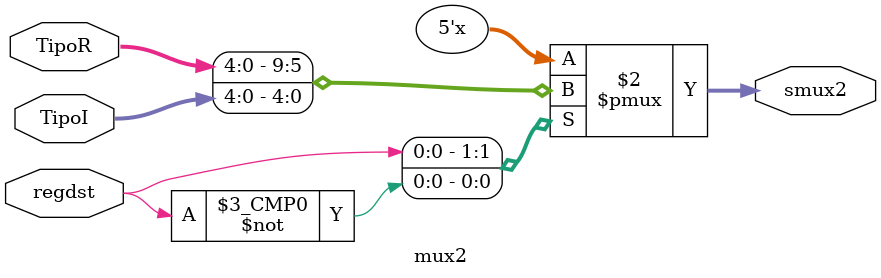
<source format=v>
module mux2
( 
	input [4:0] TipoR, TipoI,
	input regdst, 
	output reg [4:0] smux2
);

always @(*)
begin
	case (regdst)
		1'b1:
			begin
				smux2 <= TipoR;
			end
		1'b0:
			begin
				smux2 <= TipoI;
			end
	endcase
end
endmodule 
</source>
